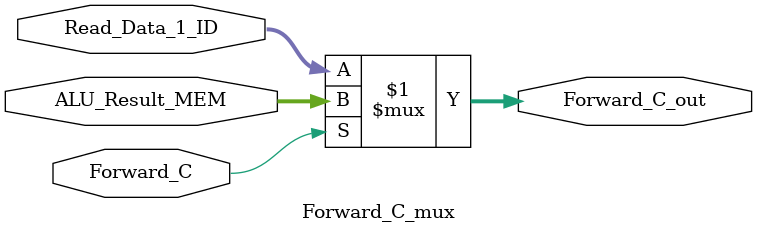
<source format=v>


module Forward_C_mux(
		input [31:0]  Read_Data_1_ID,
		input [31:0]  ALU_Result_MEM,
		input			  Forward_C,
		output [31:0] Forward_C_out
);

assign Forward_C_out = Forward_C ? ALU_Result_MEM : Read_Data_1_ID;

endmodule
</source>
